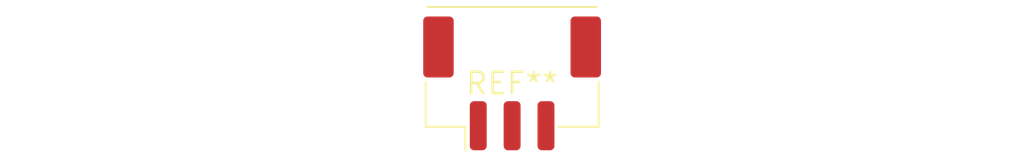
<source format=kicad_pcb>
(kicad_pcb (version 20240108) (generator pcbnew)
  (layers (0 "F.Cu" signal) (31 "B.Cu" signal) (34 "B.Paste" user) (35 "F.Paste" user) (36 "B.SilkS" user "B.Silkscreen") (37 "F.SilkS" user "F.Silkscreen") (38 "B.Mask" user) (39 "F.Mask" user) (44 "Edge.Cuts" user))
  (net 0 "")
  (footprint "Molex_CLIK-Mate_502443-0370_1x03-1MP_P2.00mm_Vertical" (layer "F.Cu") (at 0 0)
    (property "Reference" "REF**")
    (property "Value" "Molex_CLIK-Mate_502443-0370_1x03-1MP_P2.00mm_Vertical")
    (fp_line (start -5.11 -0.09) (end -5.11 2.56) (layer "F.SilkS") (stroke (width 0.12)))
    (fp_line (start -5.11 2.56) (end -2.76 2.56) (layer "F.SilkS") (stroke (width 0.12)))
    (fp_line (start -5 -4.51) (end 5 -4.51) (layer "F.SilkS") (stroke (width 0.12)))
    (fp_line (start -2.76 2.56) (end -2.76 3.95) (layer "F.SilkS") (stroke (width 0.12)))
    (fp_line (start 5.11 -0.09) (end 5.11 2.56) (layer "F.SilkS") (stroke (width 0.12)))
    (fp_line (start 5.11 2.56) (end 2.76 2.56) (layer "F.SilkS") (stroke (width 0.12)))
    (pad "1" smd roundrect (at -2 2.5) (size 1 2.9) (layers "F.Cu" "F.Paste" "F.Mask"))
    (pad "2" smd roundrect (at 0 2.5) (size 1 2.9) (layers "F.Cu" "F.Paste" "F.Mask"))
    (pad "3" smd roundrect (at 2 2.5) (size 1 2.9) (layers "F.Cu" "F.Paste" "F.Mask"))
    (pad "MP" smd roundrect (at -4.35 -2.15) (size 1.8 3.6) (layers "F.Cu" "F.Paste" "F.Mask") (roundrect_rratio 0.138889))
    (pad "MP" smd roundrect (at 4.35 -2.15) (size 1.8 3.6) (layers "F.Cu" "F.Paste" "F.Mask") (roundrect_rratio 0.138889))
  )
)
</source>
